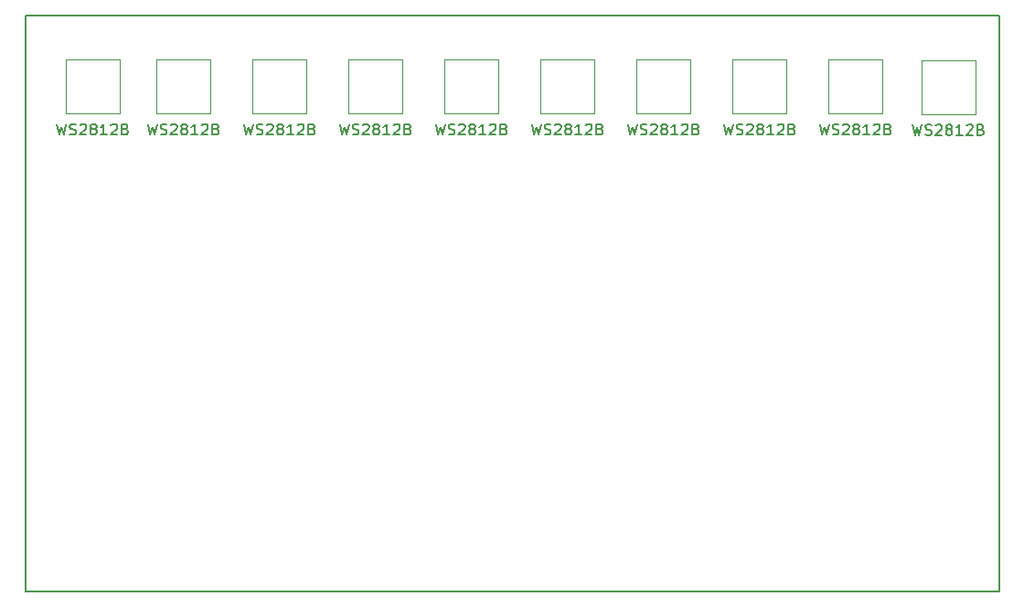
<source format=gbr>
G04 #@! TF.GenerationSoftware,KiCad,Pcbnew,5.0.1*
G04 #@! TF.CreationDate,2019-01-12T14:13:44-06:00*
G04 #@! TF.ProjectId,badge,62616467652E6B696361645F70636200,rev?*
G04 #@! TF.SameCoordinates,Original*
G04 #@! TF.FileFunction,Profile,NP*
%FSLAX46Y46*%
G04 Gerber Fmt 4.6, Leading zero omitted, Abs format (unit mm)*
G04 Created by KiCad (PCBNEW 5.0.1) date Sat 12 Jan 2019 02:13:44 PM CST*
%MOMM*%
%LPD*%
G01*
G04 APERTURE LIST*
%ADD10C,0.150000*%
G04 #@! TA.AperFunction,NonConductor*
%ADD11C,0.100000*%
G04 #@! TD*
G04 APERTURE END LIST*
D10*
X171520000Y-88797000D02*
X171520000Y-142197000D01*
X170320000Y-142197000D02*
X171520000Y-142197000D01*
X171520000Y-142197000D02*
X81320000Y-142197000D01*
X81320000Y-88797000D02*
X171520000Y-88797000D01*
X81320000Y-142197000D02*
X81320000Y-88797000D01*
D11*
G04 #@! TO.C,0101*
X90070000Y-92928576D02*
X85070000Y-92928576D01*
X90070000Y-97928576D02*
X90070000Y-92928576D01*
X85070000Y-97928576D02*
X90070000Y-97928576D01*
X85070000Y-92928576D02*
X85070000Y-97928576D01*
G04 #@! TO.C,0001*
X107365000Y-92925576D02*
X102365000Y-92925576D01*
X107365000Y-97925576D02*
X107365000Y-92925576D01*
X102365000Y-97925576D02*
X107365000Y-97925576D01*
X102365000Y-92925576D02*
X102365000Y-97925576D01*
G04 #@! TO.C,0100*
X160705000Y-92925576D02*
X155705000Y-92925576D01*
X160705000Y-97925576D02*
X160705000Y-92925576D01*
X155705000Y-97925576D02*
X160705000Y-97925576D01*
X155705000Y-92925576D02*
X155705000Y-97925576D01*
G04 #@! TO.C,1000*
X169295000Y-92953576D02*
X164295000Y-92953576D01*
X169295000Y-97953576D02*
X169295000Y-92953576D01*
X164295000Y-97953576D02*
X169295000Y-97953576D01*
X164295000Y-92953576D02*
X164295000Y-97953576D01*
G04 #@! TO.C,1100*
X151815000Y-92925576D02*
X146815000Y-92925576D01*
X151815000Y-97925576D02*
X151815000Y-92925576D01*
X146815000Y-97925576D02*
X151815000Y-97925576D01*
X146815000Y-92925576D02*
X146815000Y-97925576D01*
G04 #@! TO.C,0010*
X142925000Y-92925576D02*
X137925000Y-92925576D01*
X142925000Y-97925576D02*
X142925000Y-92925576D01*
X137925000Y-97925576D02*
X142925000Y-97925576D01*
X137925000Y-92925576D02*
X137925000Y-97925576D01*
G04 #@! TO.C,1010*
X134035000Y-92925576D02*
X129035000Y-92925576D01*
X134035000Y-97925576D02*
X134035000Y-92925576D01*
X129035000Y-97925576D02*
X134035000Y-97925576D01*
X129035000Y-92925576D02*
X129035000Y-97925576D01*
G04 #@! TO.C,0110*
X125145000Y-92925576D02*
X120145000Y-92925576D01*
X125145000Y-97925576D02*
X125145000Y-92925576D01*
X120145000Y-97925576D02*
X125145000Y-97925576D01*
X120145000Y-92925576D02*
X120145000Y-97925576D01*
G04 #@! TO.C,1110*
X116255000Y-92925576D02*
X111255000Y-92925576D01*
X116255000Y-97925576D02*
X116255000Y-92925576D01*
X111255000Y-97925576D02*
X116255000Y-97925576D01*
X111255000Y-92925576D02*
X111255000Y-97925576D01*
G04 #@! TO.C,1001*
X98475000Y-92925576D02*
X93475000Y-92925576D01*
X98475000Y-97925576D02*
X98475000Y-92925576D01*
X93475000Y-97925576D02*
X98475000Y-97925576D01*
X93475000Y-92925576D02*
X93475000Y-97925576D01*
G04 #@! TD*
G04 #@! TO.C,0101*
D10*
X84260476Y-98880956D02*
X84498571Y-99880956D01*
X84689047Y-99166671D01*
X84879523Y-99880956D01*
X85117619Y-98880956D01*
X85450952Y-99833337D02*
X85593809Y-99880956D01*
X85831904Y-99880956D01*
X85927142Y-99833337D01*
X85974761Y-99785718D01*
X86022380Y-99690480D01*
X86022380Y-99595242D01*
X85974761Y-99500004D01*
X85927142Y-99452385D01*
X85831904Y-99404766D01*
X85641428Y-99357147D01*
X85546190Y-99309528D01*
X85498571Y-99261909D01*
X85450952Y-99166671D01*
X85450952Y-99071433D01*
X85498571Y-98976195D01*
X85546190Y-98928576D01*
X85641428Y-98880956D01*
X85879523Y-98880956D01*
X86022380Y-98928576D01*
X86403333Y-98976195D02*
X86450952Y-98928576D01*
X86546190Y-98880956D01*
X86784285Y-98880956D01*
X86879523Y-98928576D01*
X86927142Y-98976195D01*
X86974761Y-99071433D01*
X86974761Y-99166671D01*
X86927142Y-99309528D01*
X86355714Y-99880956D01*
X86974761Y-99880956D01*
X87546190Y-99309528D02*
X87450952Y-99261909D01*
X87403333Y-99214290D01*
X87355714Y-99119052D01*
X87355714Y-99071433D01*
X87403333Y-98976195D01*
X87450952Y-98928576D01*
X87546190Y-98880956D01*
X87736666Y-98880956D01*
X87831904Y-98928576D01*
X87879523Y-98976195D01*
X87927142Y-99071433D01*
X87927142Y-99119052D01*
X87879523Y-99214290D01*
X87831904Y-99261909D01*
X87736666Y-99309528D01*
X87546190Y-99309528D01*
X87450952Y-99357147D01*
X87403333Y-99404766D01*
X87355714Y-99500004D01*
X87355714Y-99690480D01*
X87403333Y-99785718D01*
X87450952Y-99833337D01*
X87546190Y-99880956D01*
X87736666Y-99880956D01*
X87831904Y-99833337D01*
X87879523Y-99785718D01*
X87927142Y-99690480D01*
X87927142Y-99500004D01*
X87879523Y-99404766D01*
X87831904Y-99357147D01*
X87736666Y-99309528D01*
X88879523Y-99880956D02*
X88308095Y-99880956D01*
X88593809Y-99880956D02*
X88593809Y-98880956D01*
X88498571Y-99023814D01*
X88403333Y-99119052D01*
X88308095Y-99166671D01*
X89260476Y-98976195D02*
X89308095Y-98928576D01*
X89403333Y-98880956D01*
X89641428Y-98880956D01*
X89736666Y-98928576D01*
X89784285Y-98976195D01*
X89831904Y-99071433D01*
X89831904Y-99166671D01*
X89784285Y-99309528D01*
X89212857Y-99880956D01*
X89831904Y-99880956D01*
X90593809Y-99357147D02*
X90736666Y-99404766D01*
X90784285Y-99452385D01*
X90831904Y-99547623D01*
X90831904Y-99690480D01*
X90784285Y-99785718D01*
X90736666Y-99833337D01*
X90641428Y-99880956D01*
X90260476Y-99880956D01*
X90260476Y-98880956D01*
X90593809Y-98880956D01*
X90689047Y-98928576D01*
X90736666Y-98976195D01*
X90784285Y-99071433D01*
X90784285Y-99166671D01*
X90736666Y-99261909D01*
X90689047Y-99309528D01*
X90593809Y-99357147D01*
X90260476Y-99357147D01*
G04 #@! TO.C,0001*
X101555476Y-98877956D02*
X101793571Y-99877956D01*
X101984047Y-99163671D01*
X102174523Y-99877956D01*
X102412619Y-98877956D01*
X102745952Y-99830337D02*
X102888809Y-99877956D01*
X103126904Y-99877956D01*
X103222142Y-99830337D01*
X103269761Y-99782718D01*
X103317380Y-99687480D01*
X103317380Y-99592242D01*
X103269761Y-99497004D01*
X103222142Y-99449385D01*
X103126904Y-99401766D01*
X102936428Y-99354147D01*
X102841190Y-99306528D01*
X102793571Y-99258909D01*
X102745952Y-99163671D01*
X102745952Y-99068433D01*
X102793571Y-98973195D01*
X102841190Y-98925576D01*
X102936428Y-98877956D01*
X103174523Y-98877956D01*
X103317380Y-98925576D01*
X103698333Y-98973195D02*
X103745952Y-98925576D01*
X103841190Y-98877956D01*
X104079285Y-98877956D01*
X104174523Y-98925576D01*
X104222142Y-98973195D01*
X104269761Y-99068433D01*
X104269761Y-99163671D01*
X104222142Y-99306528D01*
X103650714Y-99877956D01*
X104269761Y-99877956D01*
X104841190Y-99306528D02*
X104745952Y-99258909D01*
X104698333Y-99211290D01*
X104650714Y-99116052D01*
X104650714Y-99068433D01*
X104698333Y-98973195D01*
X104745952Y-98925576D01*
X104841190Y-98877956D01*
X105031666Y-98877956D01*
X105126904Y-98925576D01*
X105174523Y-98973195D01*
X105222142Y-99068433D01*
X105222142Y-99116052D01*
X105174523Y-99211290D01*
X105126904Y-99258909D01*
X105031666Y-99306528D01*
X104841190Y-99306528D01*
X104745952Y-99354147D01*
X104698333Y-99401766D01*
X104650714Y-99497004D01*
X104650714Y-99687480D01*
X104698333Y-99782718D01*
X104745952Y-99830337D01*
X104841190Y-99877956D01*
X105031666Y-99877956D01*
X105126904Y-99830337D01*
X105174523Y-99782718D01*
X105222142Y-99687480D01*
X105222142Y-99497004D01*
X105174523Y-99401766D01*
X105126904Y-99354147D01*
X105031666Y-99306528D01*
X106174523Y-99877956D02*
X105603095Y-99877956D01*
X105888809Y-99877956D02*
X105888809Y-98877956D01*
X105793571Y-99020814D01*
X105698333Y-99116052D01*
X105603095Y-99163671D01*
X106555476Y-98973195D02*
X106603095Y-98925576D01*
X106698333Y-98877956D01*
X106936428Y-98877956D01*
X107031666Y-98925576D01*
X107079285Y-98973195D01*
X107126904Y-99068433D01*
X107126904Y-99163671D01*
X107079285Y-99306528D01*
X106507857Y-99877956D01*
X107126904Y-99877956D01*
X107888809Y-99354147D02*
X108031666Y-99401766D01*
X108079285Y-99449385D01*
X108126904Y-99544623D01*
X108126904Y-99687480D01*
X108079285Y-99782718D01*
X108031666Y-99830337D01*
X107936428Y-99877956D01*
X107555476Y-99877956D01*
X107555476Y-98877956D01*
X107888809Y-98877956D01*
X107984047Y-98925576D01*
X108031666Y-98973195D01*
X108079285Y-99068433D01*
X108079285Y-99163671D01*
X108031666Y-99258909D01*
X107984047Y-99306528D01*
X107888809Y-99354147D01*
X107555476Y-99354147D01*
G04 #@! TO.C,0100*
X154895476Y-98877956D02*
X155133571Y-99877956D01*
X155324047Y-99163671D01*
X155514523Y-99877956D01*
X155752619Y-98877956D01*
X156085952Y-99830337D02*
X156228809Y-99877956D01*
X156466904Y-99877956D01*
X156562142Y-99830337D01*
X156609761Y-99782718D01*
X156657380Y-99687480D01*
X156657380Y-99592242D01*
X156609761Y-99497004D01*
X156562142Y-99449385D01*
X156466904Y-99401766D01*
X156276428Y-99354147D01*
X156181190Y-99306528D01*
X156133571Y-99258909D01*
X156085952Y-99163671D01*
X156085952Y-99068433D01*
X156133571Y-98973195D01*
X156181190Y-98925576D01*
X156276428Y-98877956D01*
X156514523Y-98877956D01*
X156657380Y-98925576D01*
X157038333Y-98973195D02*
X157085952Y-98925576D01*
X157181190Y-98877956D01*
X157419285Y-98877956D01*
X157514523Y-98925576D01*
X157562142Y-98973195D01*
X157609761Y-99068433D01*
X157609761Y-99163671D01*
X157562142Y-99306528D01*
X156990714Y-99877956D01*
X157609761Y-99877956D01*
X158181190Y-99306528D02*
X158085952Y-99258909D01*
X158038333Y-99211290D01*
X157990714Y-99116052D01*
X157990714Y-99068433D01*
X158038333Y-98973195D01*
X158085952Y-98925576D01*
X158181190Y-98877956D01*
X158371666Y-98877956D01*
X158466904Y-98925576D01*
X158514523Y-98973195D01*
X158562142Y-99068433D01*
X158562142Y-99116052D01*
X158514523Y-99211290D01*
X158466904Y-99258909D01*
X158371666Y-99306528D01*
X158181190Y-99306528D01*
X158085952Y-99354147D01*
X158038333Y-99401766D01*
X157990714Y-99497004D01*
X157990714Y-99687480D01*
X158038333Y-99782718D01*
X158085952Y-99830337D01*
X158181190Y-99877956D01*
X158371666Y-99877956D01*
X158466904Y-99830337D01*
X158514523Y-99782718D01*
X158562142Y-99687480D01*
X158562142Y-99497004D01*
X158514523Y-99401766D01*
X158466904Y-99354147D01*
X158371666Y-99306528D01*
X159514523Y-99877956D02*
X158943095Y-99877956D01*
X159228809Y-99877956D02*
X159228809Y-98877956D01*
X159133571Y-99020814D01*
X159038333Y-99116052D01*
X158943095Y-99163671D01*
X159895476Y-98973195D02*
X159943095Y-98925576D01*
X160038333Y-98877956D01*
X160276428Y-98877956D01*
X160371666Y-98925576D01*
X160419285Y-98973195D01*
X160466904Y-99068433D01*
X160466904Y-99163671D01*
X160419285Y-99306528D01*
X159847857Y-99877956D01*
X160466904Y-99877956D01*
X161228809Y-99354147D02*
X161371666Y-99401766D01*
X161419285Y-99449385D01*
X161466904Y-99544623D01*
X161466904Y-99687480D01*
X161419285Y-99782718D01*
X161371666Y-99830337D01*
X161276428Y-99877956D01*
X160895476Y-99877956D01*
X160895476Y-98877956D01*
X161228809Y-98877956D01*
X161324047Y-98925576D01*
X161371666Y-98973195D01*
X161419285Y-99068433D01*
X161419285Y-99163671D01*
X161371666Y-99258909D01*
X161324047Y-99306528D01*
X161228809Y-99354147D01*
X160895476Y-99354147D01*
G04 #@! TO.C,1000*
X163485476Y-98905956D02*
X163723571Y-99905956D01*
X163914047Y-99191671D01*
X164104523Y-99905956D01*
X164342619Y-98905956D01*
X164675952Y-99858337D02*
X164818809Y-99905956D01*
X165056904Y-99905956D01*
X165152142Y-99858337D01*
X165199761Y-99810718D01*
X165247380Y-99715480D01*
X165247380Y-99620242D01*
X165199761Y-99525004D01*
X165152142Y-99477385D01*
X165056904Y-99429766D01*
X164866428Y-99382147D01*
X164771190Y-99334528D01*
X164723571Y-99286909D01*
X164675952Y-99191671D01*
X164675952Y-99096433D01*
X164723571Y-99001195D01*
X164771190Y-98953576D01*
X164866428Y-98905956D01*
X165104523Y-98905956D01*
X165247380Y-98953576D01*
X165628333Y-99001195D02*
X165675952Y-98953576D01*
X165771190Y-98905956D01*
X166009285Y-98905956D01*
X166104523Y-98953576D01*
X166152142Y-99001195D01*
X166199761Y-99096433D01*
X166199761Y-99191671D01*
X166152142Y-99334528D01*
X165580714Y-99905956D01*
X166199761Y-99905956D01*
X166771190Y-99334528D02*
X166675952Y-99286909D01*
X166628333Y-99239290D01*
X166580714Y-99144052D01*
X166580714Y-99096433D01*
X166628333Y-99001195D01*
X166675952Y-98953576D01*
X166771190Y-98905956D01*
X166961666Y-98905956D01*
X167056904Y-98953576D01*
X167104523Y-99001195D01*
X167152142Y-99096433D01*
X167152142Y-99144052D01*
X167104523Y-99239290D01*
X167056904Y-99286909D01*
X166961666Y-99334528D01*
X166771190Y-99334528D01*
X166675952Y-99382147D01*
X166628333Y-99429766D01*
X166580714Y-99525004D01*
X166580714Y-99715480D01*
X166628333Y-99810718D01*
X166675952Y-99858337D01*
X166771190Y-99905956D01*
X166961666Y-99905956D01*
X167056904Y-99858337D01*
X167104523Y-99810718D01*
X167152142Y-99715480D01*
X167152142Y-99525004D01*
X167104523Y-99429766D01*
X167056904Y-99382147D01*
X166961666Y-99334528D01*
X168104523Y-99905956D02*
X167533095Y-99905956D01*
X167818809Y-99905956D02*
X167818809Y-98905956D01*
X167723571Y-99048814D01*
X167628333Y-99144052D01*
X167533095Y-99191671D01*
X168485476Y-99001195D02*
X168533095Y-98953576D01*
X168628333Y-98905956D01*
X168866428Y-98905956D01*
X168961666Y-98953576D01*
X169009285Y-99001195D01*
X169056904Y-99096433D01*
X169056904Y-99191671D01*
X169009285Y-99334528D01*
X168437857Y-99905956D01*
X169056904Y-99905956D01*
X169818809Y-99382147D02*
X169961666Y-99429766D01*
X170009285Y-99477385D01*
X170056904Y-99572623D01*
X170056904Y-99715480D01*
X170009285Y-99810718D01*
X169961666Y-99858337D01*
X169866428Y-99905956D01*
X169485476Y-99905956D01*
X169485476Y-98905956D01*
X169818809Y-98905956D01*
X169914047Y-98953576D01*
X169961666Y-99001195D01*
X170009285Y-99096433D01*
X170009285Y-99191671D01*
X169961666Y-99286909D01*
X169914047Y-99334528D01*
X169818809Y-99382147D01*
X169485476Y-99382147D01*
G04 #@! TO.C,1100*
X146005476Y-98877956D02*
X146243571Y-99877956D01*
X146434047Y-99163671D01*
X146624523Y-99877956D01*
X146862619Y-98877956D01*
X147195952Y-99830337D02*
X147338809Y-99877956D01*
X147576904Y-99877956D01*
X147672142Y-99830337D01*
X147719761Y-99782718D01*
X147767380Y-99687480D01*
X147767380Y-99592242D01*
X147719761Y-99497004D01*
X147672142Y-99449385D01*
X147576904Y-99401766D01*
X147386428Y-99354147D01*
X147291190Y-99306528D01*
X147243571Y-99258909D01*
X147195952Y-99163671D01*
X147195952Y-99068433D01*
X147243571Y-98973195D01*
X147291190Y-98925576D01*
X147386428Y-98877956D01*
X147624523Y-98877956D01*
X147767380Y-98925576D01*
X148148333Y-98973195D02*
X148195952Y-98925576D01*
X148291190Y-98877956D01*
X148529285Y-98877956D01*
X148624523Y-98925576D01*
X148672142Y-98973195D01*
X148719761Y-99068433D01*
X148719761Y-99163671D01*
X148672142Y-99306528D01*
X148100714Y-99877956D01*
X148719761Y-99877956D01*
X149291190Y-99306528D02*
X149195952Y-99258909D01*
X149148333Y-99211290D01*
X149100714Y-99116052D01*
X149100714Y-99068433D01*
X149148333Y-98973195D01*
X149195952Y-98925576D01*
X149291190Y-98877956D01*
X149481666Y-98877956D01*
X149576904Y-98925576D01*
X149624523Y-98973195D01*
X149672142Y-99068433D01*
X149672142Y-99116052D01*
X149624523Y-99211290D01*
X149576904Y-99258909D01*
X149481666Y-99306528D01*
X149291190Y-99306528D01*
X149195952Y-99354147D01*
X149148333Y-99401766D01*
X149100714Y-99497004D01*
X149100714Y-99687480D01*
X149148333Y-99782718D01*
X149195952Y-99830337D01*
X149291190Y-99877956D01*
X149481666Y-99877956D01*
X149576904Y-99830337D01*
X149624523Y-99782718D01*
X149672142Y-99687480D01*
X149672142Y-99497004D01*
X149624523Y-99401766D01*
X149576904Y-99354147D01*
X149481666Y-99306528D01*
X150624523Y-99877956D02*
X150053095Y-99877956D01*
X150338809Y-99877956D02*
X150338809Y-98877956D01*
X150243571Y-99020814D01*
X150148333Y-99116052D01*
X150053095Y-99163671D01*
X151005476Y-98973195D02*
X151053095Y-98925576D01*
X151148333Y-98877956D01*
X151386428Y-98877956D01*
X151481666Y-98925576D01*
X151529285Y-98973195D01*
X151576904Y-99068433D01*
X151576904Y-99163671D01*
X151529285Y-99306528D01*
X150957857Y-99877956D01*
X151576904Y-99877956D01*
X152338809Y-99354147D02*
X152481666Y-99401766D01*
X152529285Y-99449385D01*
X152576904Y-99544623D01*
X152576904Y-99687480D01*
X152529285Y-99782718D01*
X152481666Y-99830337D01*
X152386428Y-99877956D01*
X152005476Y-99877956D01*
X152005476Y-98877956D01*
X152338809Y-98877956D01*
X152434047Y-98925576D01*
X152481666Y-98973195D01*
X152529285Y-99068433D01*
X152529285Y-99163671D01*
X152481666Y-99258909D01*
X152434047Y-99306528D01*
X152338809Y-99354147D01*
X152005476Y-99354147D01*
G04 #@! TO.C,0010*
X137115476Y-98877956D02*
X137353571Y-99877956D01*
X137544047Y-99163671D01*
X137734523Y-99877956D01*
X137972619Y-98877956D01*
X138305952Y-99830337D02*
X138448809Y-99877956D01*
X138686904Y-99877956D01*
X138782142Y-99830337D01*
X138829761Y-99782718D01*
X138877380Y-99687480D01*
X138877380Y-99592242D01*
X138829761Y-99497004D01*
X138782142Y-99449385D01*
X138686904Y-99401766D01*
X138496428Y-99354147D01*
X138401190Y-99306528D01*
X138353571Y-99258909D01*
X138305952Y-99163671D01*
X138305952Y-99068433D01*
X138353571Y-98973195D01*
X138401190Y-98925576D01*
X138496428Y-98877956D01*
X138734523Y-98877956D01*
X138877380Y-98925576D01*
X139258333Y-98973195D02*
X139305952Y-98925576D01*
X139401190Y-98877956D01*
X139639285Y-98877956D01*
X139734523Y-98925576D01*
X139782142Y-98973195D01*
X139829761Y-99068433D01*
X139829761Y-99163671D01*
X139782142Y-99306528D01*
X139210714Y-99877956D01*
X139829761Y-99877956D01*
X140401190Y-99306528D02*
X140305952Y-99258909D01*
X140258333Y-99211290D01*
X140210714Y-99116052D01*
X140210714Y-99068433D01*
X140258333Y-98973195D01*
X140305952Y-98925576D01*
X140401190Y-98877956D01*
X140591666Y-98877956D01*
X140686904Y-98925576D01*
X140734523Y-98973195D01*
X140782142Y-99068433D01*
X140782142Y-99116052D01*
X140734523Y-99211290D01*
X140686904Y-99258909D01*
X140591666Y-99306528D01*
X140401190Y-99306528D01*
X140305952Y-99354147D01*
X140258333Y-99401766D01*
X140210714Y-99497004D01*
X140210714Y-99687480D01*
X140258333Y-99782718D01*
X140305952Y-99830337D01*
X140401190Y-99877956D01*
X140591666Y-99877956D01*
X140686904Y-99830337D01*
X140734523Y-99782718D01*
X140782142Y-99687480D01*
X140782142Y-99497004D01*
X140734523Y-99401766D01*
X140686904Y-99354147D01*
X140591666Y-99306528D01*
X141734523Y-99877956D02*
X141163095Y-99877956D01*
X141448809Y-99877956D02*
X141448809Y-98877956D01*
X141353571Y-99020814D01*
X141258333Y-99116052D01*
X141163095Y-99163671D01*
X142115476Y-98973195D02*
X142163095Y-98925576D01*
X142258333Y-98877956D01*
X142496428Y-98877956D01*
X142591666Y-98925576D01*
X142639285Y-98973195D01*
X142686904Y-99068433D01*
X142686904Y-99163671D01*
X142639285Y-99306528D01*
X142067857Y-99877956D01*
X142686904Y-99877956D01*
X143448809Y-99354147D02*
X143591666Y-99401766D01*
X143639285Y-99449385D01*
X143686904Y-99544623D01*
X143686904Y-99687480D01*
X143639285Y-99782718D01*
X143591666Y-99830337D01*
X143496428Y-99877956D01*
X143115476Y-99877956D01*
X143115476Y-98877956D01*
X143448809Y-98877956D01*
X143544047Y-98925576D01*
X143591666Y-98973195D01*
X143639285Y-99068433D01*
X143639285Y-99163671D01*
X143591666Y-99258909D01*
X143544047Y-99306528D01*
X143448809Y-99354147D01*
X143115476Y-99354147D01*
G04 #@! TO.C,1010*
X128225476Y-98877956D02*
X128463571Y-99877956D01*
X128654047Y-99163671D01*
X128844523Y-99877956D01*
X129082619Y-98877956D01*
X129415952Y-99830337D02*
X129558809Y-99877956D01*
X129796904Y-99877956D01*
X129892142Y-99830337D01*
X129939761Y-99782718D01*
X129987380Y-99687480D01*
X129987380Y-99592242D01*
X129939761Y-99497004D01*
X129892142Y-99449385D01*
X129796904Y-99401766D01*
X129606428Y-99354147D01*
X129511190Y-99306528D01*
X129463571Y-99258909D01*
X129415952Y-99163671D01*
X129415952Y-99068433D01*
X129463571Y-98973195D01*
X129511190Y-98925576D01*
X129606428Y-98877956D01*
X129844523Y-98877956D01*
X129987380Y-98925576D01*
X130368333Y-98973195D02*
X130415952Y-98925576D01*
X130511190Y-98877956D01*
X130749285Y-98877956D01*
X130844523Y-98925576D01*
X130892142Y-98973195D01*
X130939761Y-99068433D01*
X130939761Y-99163671D01*
X130892142Y-99306528D01*
X130320714Y-99877956D01*
X130939761Y-99877956D01*
X131511190Y-99306528D02*
X131415952Y-99258909D01*
X131368333Y-99211290D01*
X131320714Y-99116052D01*
X131320714Y-99068433D01*
X131368333Y-98973195D01*
X131415952Y-98925576D01*
X131511190Y-98877956D01*
X131701666Y-98877956D01*
X131796904Y-98925576D01*
X131844523Y-98973195D01*
X131892142Y-99068433D01*
X131892142Y-99116052D01*
X131844523Y-99211290D01*
X131796904Y-99258909D01*
X131701666Y-99306528D01*
X131511190Y-99306528D01*
X131415952Y-99354147D01*
X131368333Y-99401766D01*
X131320714Y-99497004D01*
X131320714Y-99687480D01*
X131368333Y-99782718D01*
X131415952Y-99830337D01*
X131511190Y-99877956D01*
X131701666Y-99877956D01*
X131796904Y-99830337D01*
X131844523Y-99782718D01*
X131892142Y-99687480D01*
X131892142Y-99497004D01*
X131844523Y-99401766D01*
X131796904Y-99354147D01*
X131701666Y-99306528D01*
X132844523Y-99877956D02*
X132273095Y-99877956D01*
X132558809Y-99877956D02*
X132558809Y-98877956D01*
X132463571Y-99020814D01*
X132368333Y-99116052D01*
X132273095Y-99163671D01*
X133225476Y-98973195D02*
X133273095Y-98925576D01*
X133368333Y-98877956D01*
X133606428Y-98877956D01*
X133701666Y-98925576D01*
X133749285Y-98973195D01*
X133796904Y-99068433D01*
X133796904Y-99163671D01*
X133749285Y-99306528D01*
X133177857Y-99877956D01*
X133796904Y-99877956D01*
X134558809Y-99354147D02*
X134701666Y-99401766D01*
X134749285Y-99449385D01*
X134796904Y-99544623D01*
X134796904Y-99687480D01*
X134749285Y-99782718D01*
X134701666Y-99830337D01*
X134606428Y-99877956D01*
X134225476Y-99877956D01*
X134225476Y-98877956D01*
X134558809Y-98877956D01*
X134654047Y-98925576D01*
X134701666Y-98973195D01*
X134749285Y-99068433D01*
X134749285Y-99163671D01*
X134701666Y-99258909D01*
X134654047Y-99306528D01*
X134558809Y-99354147D01*
X134225476Y-99354147D01*
G04 #@! TO.C,0110*
X119335476Y-98877956D02*
X119573571Y-99877956D01*
X119764047Y-99163671D01*
X119954523Y-99877956D01*
X120192619Y-98877956D01*
X120525952Y-99830337D02*
X120668809Y-99877956D01*
X120906904Y-99877956D01*
X121002142Y-99830337D01*
X121049761Y-99782718D01*
X121097380Y-99687480D01*
X121097380Y-99592242D01*
X121049761Y-99497004D01*
X121002142Y-99449385D01*
X120906904Y-99401766D01*
X120716428Y-99354147D01*
X120621190Y-99306528D01*
X120573571Y-99258909D01*
X120525952Y-99163671D01*
X120525952Y-99068433D01*
X120573571Y-98973195D01*
X120621190Y-98925576D01*
X120716428Y-98877956D01*
X120954523Y-98877956D01*
X121097380Y-98925576D01*
X121478333Y-98973195D02*
X121525952Y-98925576D01*
X121621190Y-98877956D01*
X121859285Y-98877956D01*
X121954523Y-98925576D01*
X122002142Y-98973195D01*
X122049761Y-99068433D01*
X122049761Y-99163671D01*
X122002142Y-99306528D01*
X121430714Y-99877956D01*
X122049761Y-99877956D01*
X122621190Y-99306528D02*
X122525952Y-99258909D01*
X122478333Y-99211290D01*
X122430714Y-99116052D01*
X122430714Y-99068433D01*
X122478333Y-98973195D01*
X122525952Y-98925576D01*
X122621190Y-98877956D01*
X122811666Y-98877956D01*
X122906904Y-98925576D01*
X122954523Y-98973195D01*
X123002142Y-99068433D01*
X123002142Y-99116052D01*
X122954523Y-99211290D01*
X122906904Y-99258909D01*
X122811666Y-99306528D01*
X122621190Y-99306528D01*
X122525952Y-99354147D01*
X122478333Y-99401766D01*
X122430714Y-99497004D01*
X122430714Y-99687480D01*
X122478333Y-99782718D01*
X122525952Y-99830337D01*
X122621190Y-99877956D01*
X122811666Y-99877956D01*
X122906904Y-99830337D01*
X122954523Y-99782718D01*
X123002142Y-99687480D01*
X123002142Y-99497004D01*
X122954523Y-99401766D01*
X122906904Y-99354147D01*
X122811666Y-99306528D01*
X123954523Y-99877956D02*
X123383095Y-99877956D01*
X123668809Y-99877956D02*
X123668809Y-98877956D01*
X123573571Y-99020814D01*
X123478333Y-99116052D01*
X123383095Y-99163671D01*
X124335476Y-98973195D02*
X124383095Y-98925576D01*
X124478333Y-98877956D01*
X124716428Y-98877956D01*
X124811666Y-98925576D01*
X124859285Y-98973195D01*
X124906904Y-99068433D01*
X124906904Y-99163671D01*
X124859285Y-99306528D01*
X124287857Y-99877956D01*
X124906904Y-99877956D01*
X125668809Y-99354147D02*
X125811666Y-99401766D01*
X125859285Y-99449385D01*
X125906904Y-99544623D01*
X125906904Y-99687480D01*
X125859285Y-99782718D01*
X125811666Y-99830337D01*
X125716428Y-99877956D01*
X125335476Y-99877956D01*
X125335476Y-98877956D01*
X125668809Y-98877956D01*
X125764047Y-98925576D01*
X125811666Y-98973195D01*
X125859285Y-99068433D01*
X125859285Y-99163671D01*
X125811666Y-99258909D01*
X125764047Y-99306528D01*
X125668809Y-99354147D01*
X125335476Y-99354147D01*
G04 #@! TO.C,1110*
X110445476Y-98877956D02*
X110683571Y-99877956D01*
X110874047Y-99163671D01*
X111064523Y-99877956D01*
X111302619Y-98877956D01*
X111635952Y-99830337D02*
X111778809Y-99877956D01*
X112016904Y-99877956D01*
X112112142Y-99830337D01*
X112159761Y-99782718D01*
X112207380Y-99687480D01*
X112207380Y-99592242D01*
X112159761Y-99497004D01*
X112112142Y-99449385D01*
X112016904Y-99401766D01*
X111826428Y-99354147D01*
X111731190Y-99306528D01*
X111683571Y-99258909D01*
X111635952Y-99163671D01*
X111635952Y-99068433D01*
X111683571Y-98973195D01*
X111731190Y-98925576D01*
X111826428Y-98877956D01*
X112064523Y-98877956D01*
X112207380Y-98925576D01*
X112588333Y-98973195D02*
X112635952Y-98925576D01*
X112731190Y-98877956D01*
X112969285Y-98877956D01*
X113064523Y-98925576D01*
X113112142Y-98973195D01*
X113159761Y-99068433D01*
X113159761Y-99163671D01*
X113112142Y-99306528D01*
X112540714Y-99877956D01*
X113159761Y-99877956D01*
X113731190Y-99306528D02*
X113635952Y-99258909D01*
X113588333Y-99211290D01*
X113540714Y-99116052D01*
X113540714Y-99068433D01*
X113588333Y-98973195D01*
X113635952Y-98925576D01*
X113731190Y-98877956D01*
X113921666Y-98877956D01*
X114016904Y-98925576D01*
X114064523Y-98973195D01*
X114112142Y-99068433D01*
X114112142Y-99116052D01*
X114064523Y-99211290D01*
X114016904Y-99258909D01*
X113921666Y-99306528D01*
X113731190Y-99306528D01*
X113635952Y-99354147D01*
X113588333Y-99401766D01*
X113540714Y-99497004D01*
X113540714Y-99687480D01*
X113588333Y-99782718D01*
X113635952Y-99830337D01*
X113731190Y-99877956D01*
X113921666Y-99877956D01*
X114016904Y-99830337D01*
X114064523Y-99782718D01*
X114112142Y-99687480D01*
X114112142Y-99497004D01*
X114064523Y-99401766D01*
X114016904Y-99354147D01*
X113921666Y-99306528D01*
X115064523Y-99877956D02*
X114493095Y-99877956D01*
X114778809Y-99877956D02*
X114778809Y-98877956D01*
X114683571Y-99020814D01*
X114588333Y-99116052D01*
X114493095Y-99163671D01*
X115445476Y-98973195D02*
X115493095Y-98925576D01*
X115588333Y-98877956D01*
X115826428Y-98877956D01*
X115921666Y-98925576D01*
X115969285Y-98973195D01*
X116016904Y-99068433D01*
X116016904Y-99163671D01*
X115969285Y-99306528D01*
X115397857Y-99877956D01*
X116016904Y-99877956D01*
X116778809Y-99354147D02*
X116921666Y-99401766D01*
X116969285Y-99449385D01*
X117016904Y-99544623D01*
X117016904Y-99687480D01*
X116969285Y-99782718D01*
X116921666Y-99830337D01*
X116826428Y-99877956D01*
X116445476Y-99877956D01*
X116445476Y-98877956D01*
X116778809Y-98877956D01*
X116874047Y-98925576D01*
X116921666Y-98973195D01*
X116969285Y-99068433D01*
X116969285Y-99163671D01*
X116921666Y-99258909D01*
X116874047Y-99306528D01*
X116778809Y-99354147D01*
X116445476Y-99354147D01*
G04 #@! TO.C,1001*
X92665476Y-98877956D02*
X92903571Y-99877956D01*
X93094047Y-99163671D01*
X93284523Y-99877956D01*
X93522619Y-98877956D01*
X93855952Y-99830337D02*
X93998809Y-99877956D01*
X94236904Y-99877956D01*
X94332142Y-99830337D01*
X94379761Y-99782718D01*
X94427380Y-99687480D01*
X94427380Y-99592242D01*
X94379761Y-99497004D01*
X94332142Y-99449385D01*
X94236904Y-99401766D01*
X94046428Y-99354147D01*
X93951190Y-99306528D01*
X93903571Y-99258909D01*
X93855952Y-99163671D01*
X93855952Y-99068433D01*
X93903571Y-98973195D01*
X93951190Y-98925576D01*
X94046428Y-98877956D01*
X94284523Y-98877956D01*
X94427380Y-98925576D01*
X94808333Y-98973195D02*
X94855952Y-98925576D01*
X94951190Y-98877956D01*
X95189285Y-98877956D01*
X95284523Y-98925576D01*
X95332142Y-98973195D01*
X95379761Y-99068433D01*
X95379761Y-99163671D01*
X95332142Y-99306528D01*
X94760714Y-99877956D01*
X95379761Y-99877956D01*
X95951190Y-99306528D02*
X95855952Y-99258909D01*
X95808333Y-99211290D01*
X95760714Y-99116052D01*
X95760714Y-99068433D01*
X95808333Y-98973195D01*
X95855952Y-98925576D01*
X95951190Y-98877956D01*
X96141666Y-98877956D01*
X96236904Y-98925576D01*
X96284523Y-98973195D01*
X96332142Y-99068433D01*
X96332142Y-99116052D01*
X96284523Y-99211290D01*
X96236904Y-99258909D01*
X96141666Y-99306528D01*
X95951190Y-99306528D01*
X95855952Y-99354147D01*
X95808333Y-99401766D01*
X95760714Y-99497004D01*
X95760714Y-99687480D01*
X95808333Y-99782718D01*
X95855952Y-99830337D01*
X95951190Y-99877956D01*
X96141666Y-99877956D01*
X96236904Y-99830337D01*
X96284523Y-99782718D01*
X96332142Y-99687480D01*
X96332142Y-99497004D01*
X96284523Y-99401766D01*
X96236904Y-99354147D01*
X96141666Y-99306528D01*
X97284523Y-99877956D02*
X96713095Y-99877956D01*
X96998809Y-99877956D02*
X96998809Y-98877956D01*
X96903571Y-99020814D01*
X96808333Y-99116052D01*
X96713095Y-99163671D01*
X97665476Y-98973195D02*
X97713095Y-98925576D01*
X97808333Y-98877956D01*
X98046428Y-98877956D01*
X98141666Y-98925576D01*
X98189285Y-98973195D01*
X98236904Y-99068433D01*
X98236904Y-99163671D01*
X98189285Y-99306528D01*
X97617857Y-99877956D01*
X98236904Y-99877956D01*
X98998809Y-99354147D02*
X99141666Y-99401766D01*
X99189285Y-99449385D01*
X99236904Y-99544623D01*
X99236904Y-99687480D01*
X99189285Y-99782718D01*
X99141666Y-99830337D01*
X99046428Y-99877956D01*
X98665476Y-99877956D01*
X98665476Y-98877956D01*
X98998809Y-98877956D01*
X99094047Y-98925576D01*
X99141666Y-98973195D01*
X99189285Y-99068433D01*
X99189285Y-99163671D01*
X99141666Y-99258909D01*
X99094047Y-99306528D01*
X98998809Y-99354147D01*
X98665476Y-99354147D01*
G04 #@! TD*
M02*

</source>
